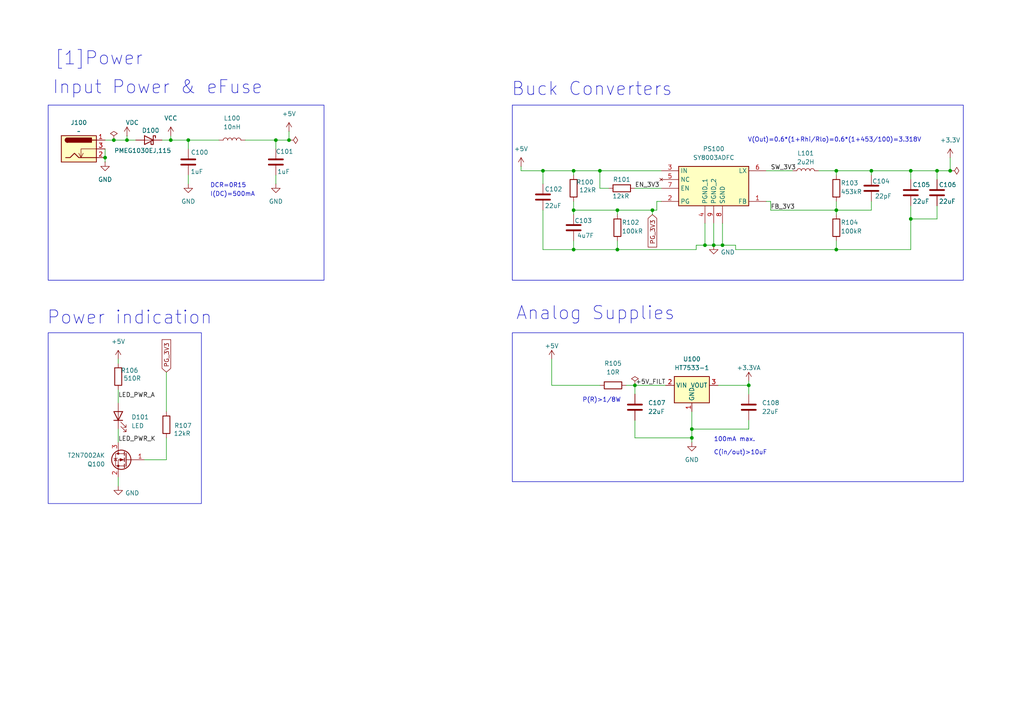
<source format=kicad_sch>
(kicad_sch (version 20231120) (generator "eeschema") (generator_version "8.0")
  (paper "A4")
  (lib_symbols
    (symbol "+5V_1" (power) (pin_numbers hide) (pin_names (offset 0) hide)
      (property "Value" "+5V" (at 0 3.556 0))
      (symbol "+5V_1_0_1"
        (polyline (pts (xy -0.762 1.27) (xy 0 2.54)))
        (polyline (pts (xy 0 0) (xy 0 2.54)))
        (polyline (pts (xy 0 2.54) (xy 0.762 1.27)))
      )
      (symbol "+5V_1_1_1"
        (pin power_in line (at 0 0 90) (length 0) (name "~") (number "1"))
      )
    )
    (symbol "Device:C" (pin_numbers hide) (pin_names (offset 0.254))
      (property "Reference" "C" (at 0.635 2.54 0))
      (property "Value" "C" (at 0.635 -2.54 0))
      (symbol "C_0_1"
        (polyline (pts (xy -2.032 -0.762) (xy 2.032 -0.762)) (stroke (width 0.508)))
        (polyline (pts (xy -2.032 0.762) (xy 2.032 0.762)) (stroke (width 0.508)))
      )
      (symbol "C_1_1"
        (pin passive line (at 0 3.81 270) (length 2.794) (name "~") (number "1"))
        (pin passive line (at 0 -3.81 90) (length 2.794) (name "~") (number "2"))
      )
    )
    (symbol "Device:D_Schottky" (pin_numbers hide) (pin_names (offset 1.016) hide)
      (property "Reference" "D" (at 0 2.54 0))
      (property "Value" "D_Schottky" (at 0 -2.54 0))
      (symbol "D_Schottky_0_1"
        (polyline (pts (xy 1.27 0) (xy -1.27 0)))
        (polyline (pts (xy 1.27 1.27) (xy 1.27 -1.27) (xy -1.27 0) (xy 1.27 1.27)) (stroke (width 0.254)))
        (polyline (pts (xy -1.905 0.635) (xy -1.905 1.27) (xy -1.27 1.27) (xy -1.27 -1.27) (xy -0.635 -1.27) (xy -0.635 -0.635)) (stroke (width 0.254)))
      )
      (symbol "D_Schottky_1_1"
        (pin passive line (at -3.81 0 0) (length 2.54) (name "K") (number "1"))
        (pin passive line (at 3.81 0 180) (length 2.54) (name "A") (number "2"))
      )
    )
    (symbol "Device:L" (pin_numbers hide) (pin_names (offset 1.016) hide)
      (property "Reference" "L" (at -1.27 0 90))
      (property "Value" "L" (at 1.905 0 90))
      (symbol "L_0_1"
        (arc (start 0 -2.54) (mid 0.6323 -1.905) (end 0 -1.27))
        (arc (start 0 -1.27) (mid 0.6323 -0.635) (end 0 0))
        (arc (start 0 0) (mid 0.6323 0.635) (end 0 1.27))
        (arc (start 0 1.27) (mid 0.6323 1.905) (end 0 2.54))
      )
      (symbol "L_1_1"
        (pin passive line (at 0 3.81 270) (length 1.27) (name "1") (number "1"))
        (pin passive line (at 0 -3.81 90) (length 1.27) (name "2") (number "2"))
      )
    )
    (symbol "Device:LED" (pin_numbers hide) (pin_names (offset 1.016) hide)
      (property "Reference" "D" (at 0 2.54 0))
      (property "Value" "LED" (at 0 -2.54 0))
      (symbol "LED_0_1"
        (polyline (pts (xy -1.27 -1.27) (xy -1.27 1.27)) (stroke (width 0.254)))
        (polyline (pts (xy -1.27 0) (xy 1.27 0)))
        (polyline (pts (xy 1.27 -1.27) (xy 1.27 1.27) (xy -1.27 0) (xy 1.27 -1.27)) (stroke (width 0.254)))
        (polyline (pts (xy -3.048 -0.762) (xy -4.572 -2.286) (xy -3.81 -2.286) (xy -4.572 -2.286) (xy -4.572 -1.524)))
        (polyline (pts (xy -1.778 -0.762) (xy -3.302 -2.286) (xy -2.54 -2.286) (xy -3.302 -2.286) (xy -3.302 -1.524)))
      )
      (symbol "LED_1_1"
        (pin passive line (at -3.81 0 0) (length 2.54) (name "K") (number "1"))
        (pin passive line (at 3.81 0 180) (length 2.54) (name "A") (number "2"))
      )
    )
    (symbol "Device:R" (pin_numbers hide) (pin_names (offset 0))
      (property "Reference" "R" (at 2.032 0 90))
      (property "Value" "R" (at 0 0 90))
      (symbol "R_0_1"
        (rectangle (start -1.016 -2.54) (end 1.016 2.54) (stroke (width 0.254)))
      )
      (symbol "R_1_1"
        (pin passive line (at 0 3.81 270) (length 1.27) (name "~") (number "1"))
        (pin passive line (at 0 -3.81 90) (length 1.27) (name "~") (number "2"))
      )
    )
    (symbol "Regulator_Linear:HT75xx-1-SOT89"
      (property "Reference" "U" (at -5.08 -3.81 0))
      (property "Value" "HT75xx-1-SOT89" (at 0 6.35 0))
      (symbol "HT75xx-1-SOT89_0_1"
        (rectangle (start -5.08 5.08) (end 5.08 -2.54) (stroke (width 0.254)) (fill (type background)))
      )
      (symbol "HT75xx-1-SOT89_1_1"
        (pin power_in line (at 0 -5.08 90) (length 2.54) (name "GND") (number "1"))
        (pin power_in line (at -7.62 2.54 0) (length 2.54) (name "VIN") (number "2"))
        (pin power_out line (at 7.62 2.54 180) (length 2.54) (name "VOUT") (number "3"))
      )
    )
    (symbol "Transistor_FET:T2N7002AK" (pin_names hide)
      (property "Reference" "Q" (at 5.08 1.905 0))
      (property "Value" "T2N7002AK" (at 5.08 0 0))
      (symbol "T2N7002AK_0_1"
        (polyline (pts (xy 0.254 0) (xy -2.54 0)))
        (polyline (pts (xy 0.254 1.905) (xy 0.254 -1.905)) (stroke (width 0.254)))
        (polyline (pts (xy 0.762 -1.27) (xy 0.762 -2.286)) (stroke (width 0.254)))
        (polyline (pts (xy 0.762 0.508) (xy 0.762 -0.508)) (stroke (width 0.254)))
        (polyline (pts (xy 0.762 2.286) (xy 0.762 1.27)) (stroke (width 0.254)))
        (polyline (pts (xy 2.54 2.54) (xy 2.54 1.778)))
        (polyline (pts (xy 2.54 -2.54) (xy 2.54 0) (xy 0.762 0)))
        (polyline (pts (xy 0.762 -1.778) (xy 3.302 -1.778) (xy 3.302 1.778) (xy 0.762 1.778)))
        (polyline (pts (xy 1.016 0) (xy 2.032 0.381) (xy 2.032 -0.381) (xy 1.016 0)) (fill (type outline)))
        (polyline (pts (xy 2.794 0.508) (xy 2.921 0.381) (xy 3.683 0.381) (xy 3.81 0.254)))
        (polyline (pts (xy 3.302 0.381) (xy 2.921 -0.254) (xy 3.683 -0.254) (xy 3.302 0.381)))
        (circle (center 1.651 0) (radius 2.794) (stroke (width 0.254)))
        (circle (center 2.54 -1.778) (radius 0.254) (fill (type outline)))
        (circle (center 2.54 1.778) (radius 0.254) (fill (type outline)))
      )
      (symbol "T2N7002AK_1_1"
        (pin input line (at -5.08 0 0) (length 2.54) (name "G") (number "1"))
        (pin passive line (at 2.54 -5.08 90) (length 2.54) (name "S") (number "2"))
        (pin passive line (at 2.54 5.08 270) (length 2.54) (name "D") (number "3"))
      )
    )
    (symbol "ZettBrettPower:BarrelJack"
      (property "Reference" "J" (at 3.302 1.524 0))
      (symbol "BarrelJack_0_1"
        (polyline (pts (xy 5.715 -6.35) (xy 5.08 -5.08)))
        (polyline (pts (xy 5.715 -6.35) (xy 6.35 -5.08)))
        (polyline (pts (xy 10.16 -1.27) (xy 8.89 -1.27)) (stroke (width 0.254)))
        (polyline (pts (xy 10.16 -3.81) (xy 5.715 -3.81) (xy 5.715 -6.35)))
        (polyline (pts (xy 1.27 -6.35) (xy 2.54 -6.35) (xy 3.81 -5.08) (xy 5.08 -6.35) (xy 7.62 -6.35) (xy 10.16 -6.35)) (stroke (width 0.254)))
        (rectangle (start 0 0) (end 10.16 -7.62) (stroke (width 0.254)) (fill (type background)))
        (arc (start 1.778 -0.635) (mid 1.1457 -1.27) (end 1.778 -1.905) (stroke (width 0.254)))
        (arc (start 1.778 -0.635) (mid 1.1457 -1.27) (end 1.778 -1.905) (stroke (width 0.254)) (fill (type outline)))
        (rectangle (start 8.763 -0.635) (end 1.778 -1.905) (stroke (width 0.254)) (fill (type outline)))
      )
      (symbol "BarrelJack_1_1"
        (pin passive line (at 12.7 -1.27 180) (length 2.54) (name "~") (number "1"))
        (pin passive line (at 12.7 -6.35 180) (length 2.54) (name "~") (number "2"))
        (pin passive line (at 12.7 -3.81 180) (length 2.54) (name "~") (number "3"))
      )
    )
    (symbol "power:+3.3V" (power) (pin_numbers hide) (pin_names (offset 0) hide)
      (property "Value" "+3.3V" (at 0 3.556 0))
      (symbol "+3.3V_0_1"
        (polyline (pts (xy -0.762 1.27) (xy 0 2.54)))
        (polyline (pts (xy 0 0) (xy 0 2.54)))
        (polyline (pts (xy 0 2.54) (xy 0.762 1.27)))
      )
      (symbol "+3.3V_1_1"
        (pin power_in line (at 0 0 90) (length 0) (name "~") (number "1"))
      )
    )
    (symbol "power:+3.3VA" (power) (pin_numbers hide) (pin_names (offset 0) hide)
      (property "Value" "+3.3VA" (at 0 3.556 0))
      (symbol "+3.3VA_0_1"
        (polyline (pts (xy -0.762 1.27) (xy 0 2.54)))
        (polyline (pts (xy 0 0) (xy 0 2.54)))
        (polyline (pts (xy 0 2.54) (xy 0.762 1.27)))
      )
      (symbol "+3.3VA_1_1"
        (pin power_in line (at 0 0 90) (length 0) (name "~") (number "1"))
      )
    )
    (symbol "power:+5V" (power) (pin_numbers hide) (pin_names (offset 0) hide)
      (property "Value" "+5V" (at 0 3.556 0))
      (symbol "+5V_0_1"
        (polyline (pts (xy -0.762 1.27) (xy 0 2.54)))
        (polyline (pts (xy 0 0) (xy 0 2.54)))
        (polyline (pts (xy 0 2.54) (xy 0.762 1.27)))
      )
      (symbol "+5V_1_1"
        (pin power_in line (at 0 0 90) (length 0) (name "~") (number "1"))
      )
    )
    (symbol "power:GND" (power) (pin_numbers hide) (pin_names (offset 0) hide)
      (property "Value" "GND" (at 0 -3.81 0))
      (symbol "GND_0_1"
        (polyline (pts (xy 0 0) (xy 0 -1.27) (xy 1.27 -1.27) (xy 0 -2.54) (xy -1.27 -1.27) (xy 0 -1.27)))
      )
      (symbol "GND_1_1"
        (pin power_in line (at 0 0 270) (length 0) (name "~") (number "1"))
      )
    )
    (symbol "power:PWR_FLAG" (power) (pin_numbers hide) (pin_names (offset 0) hide)
      (property "Value" "PWR_FLAG" (at 0 3.81 0))
      (symbol "PWR_FLAG_0_0"
        (pin power_out line (at 0 0 90) (length 0) (name "~") (number "1"))
      )
      (symbol "PWR_FLAG_0_1"
        (polyline (pts (xy 0 0) (xy 0 1.27) (xy -1.016 1.905) (xy 0 2.54) (xy 1.016 1.905) (xy 0 1.27)))
      )
    )
    (symbol "power:VCC" (power) (pin_numbers hide) (pin_names (offset 0) hide)
      (property "Value" "VCC" (at 0 3.556 0))
      (symbol "VCC_0_1"
        (polyline (pts (xy -0.762 1.27) (xy 0 2.54)))
        (polyline (pts (xy 0 0) (xy 0 2.54)))
        (polyline (pts (xy 0 2.54) (xy 0.762 1.27)))
      )
      (symbol "VCC_1_1"
        (pin power_in line (at 0 0 90) (length 0) (name "~") (number "1"))
      )
    )
    (symbol "power:VDC" (power) (pin_numbers hide) (pin_names (offset 0) hide)
      (property "Value" "VDC" (at 0 3.556 0))
      (symbol "VDC_0_1"
        (polyline (pts (xy -0.762 1.27) (xy 0 2.54)))
        (polyline (pts (xy 0 0) (xy 0 2.54)))
        (polyline (pts (xy 0 2.54) (xy 0.762 1.27)))
      )
      (symbol "VDC_1_1"
        (pin power_in line (at 0 0 90) (length 0) (name "~") (number "1"))
      )
    )
    (symbol "rpi_pico_media_board_power:SY8003ADFC"
      (property "Reference" "PS" (at 4.318 4.826 0))
      (property "Value" "SY8003ADFC" (at 4.318 2.286 0))
      (symbol "SY8003ADFC_1_1"
        (rectangle (start 0 0) (end 20.32 -11.43) (stroke (width 0.254)) (fill (type background)))
        (pin passive line (at 25.4 -10.16 180) (length 5.08) (name "FB") (number "1"))
        (pin passive line (at -5.08 -10.16 0) (length 5.08) (name "PG") (number "2"))
        (pin passive line (at -5.08 -1.27 0) (length 5.08) (name "IN") (number "3"))
        (pin passive line (at 7.62 -16.51 90) (length 5.08) (name "PGND_1") (number "4"))
        (pin no_connect line (at -5.08 -3.81 0) (length 5.08) (name "NC") (number "5"))
        (pin passive line (at 25.4 -1.27 180) (length 5.08) (name "LX") (number "6"))
        (pin passive line (at -5.08 -6.35 0) (length 5.08) (name "EN") (number "7"))
        (pin passive line (at 12.7 -16.51 90) (length 5.08) (name "SGND") (number "8"))
        (pin passive line (at 10.16 -16.51 90) (length 5.08) (name "PGND_2") (number "9"))
      )
    )
  )
  (junction (at 271.78 49.53))
  (junction (at 204.47 71.12))
  (junction (at 166.37 60.96))
  (junction (at 209.55 71.12))
  (junction (at 30.48 45.72))
  (junction (at 173.99 49.53))
  (junction (at 184.15 111.76))
  (junction (at 200.66 127))
  (junction (at 179.07 60.96))
  (junction (at 80.01 40.64))
  (junction (at 179.07 72.39))
  (junction (at 166.37 49.53))
  (junction (at 207.01 71.12))
  (junction (at 157.48 49.53))
  (junction (at 242.57 60.96))
  (junction (at 83.82 40.64))
  (junction (at 33.02 40.64))
  (junction (at 189.23 60.96))
  (junction (at 200.66 124.46))
  (junction (at 54.61 40.64))
  (junction (at 217.17 111.76))
  (junction (at 252.73 49.53))
  (junction (at 166.37 72.39))
  (junction (at 242.57 49.53))
  (junction (at 264.16 63.5))
  (junction (at 264.16 49.53))
  (junction (at 36.83 40.64))
  (junction (at 242.57 72.39))
  (junction (at 275.59 49.53))
  (junction (at 49.53 40.64))
  (wire (pts (xy 264.16 49.53) (xy 264.16 52.07)))
  (wire (pts (xy 36.83 40.64) (xy 36.83 39.37)))
  (wire (pts (xy 264.16 59.69) (xy 264.16 63.5)))
  (wire (pts (xy 271.78 59.69) (xy 271.78 63.5)))
  (wire (pts (xy 213.36 72.39) (xy 213.36 71.12)))
  (wire (pts (xy 271.78 63.5) (xy 264.16 63.5)))
  (wire (pts (xy 160.02 111.76) (xy 173.99 111.76)))
  (wire (pts (xy 217.17 110.49) (xy 217.17 111.76)))
  (wire (pts (xy 151.13 48.26) (xy 151.13 49.53)))
  (wire (pts (xy 166.37 60.96) (xy 179.07 60.96)))
  (wire (pts (xy 252.73 49.53) (xy 264.16 49.53)))
  (wire (pts (xy 48.26 107.95) (xy 48.26 119.38)))
  (wire (pts (xy 252.73 58.42) (xy 252.73 60.96)))
  (wire (pts (xy 242.57 49.53) (xy 237.49 49.53)))
  (wire (pts (xy 200.66 127) (xy 184.15 127)))
  (wire (pts (xy 80.01 43.18) (xy 80.01 40.64)))
  (wire (pts (xy 200.66 127) (xy 200.66 128.27)))
  (wire (pts (xy 54.61 53.34) (xy 54.61 50.8)))
  (wire (pts (xy 80.01 40.64) (xy 83.82 40.64)))
  (wire (pts (xy 181.61 111.76) (xy 184.15 111.76)))
  (wire (pts (xy 201.93 72.39) (xy 201.93 71.12)))
  (wire (pts (xy 33.02 40.64) (xy 36.83 40.64)))
  (wire (pts (xy 34.29 138.43) (xy 34.29 140.97)))
  (wire (pts (xy 271.78 49.53) (xy 271.78 52.07)))
  (wire (pts (xy 179.07 60.96) (xy 179.07 62.23)))
  (wire (pts (xy 49.53 40.64) (xy 49.53 39.37)))
  (wire (pts (xy 48.26 127) (xy 48.26 133.35)))
  (wire (pts (xy 242.57 49.53) (xy 252.73 49.53)))
  (wire (pts (xy 242.57 49.53) (xy 242.57 50.8)))
  (wire (pts (xy 242.57 60.96) (xy 242.57 62.23)))
  (wire (pts (xy 157.48 49.53) (xy 166.37 49.53)))
  (wire (pts (xy 264.16 63.5) (xy 264.16 72.39)))
  (wire (pts (xy 166.37 49.53) (xy 173.99 49.53)))
  (wire (pts (xy 201.93 71.12) (xy 204.47 71.12)))
  (wire (pts (xy 184.15 54.61) (xy 191.77 54.61)))
  (wire (pts (xy 30.48 43.18) (xy 30.48 45.72)))
  (wire (pts (xy 151.13 49.53) (xy 157.48 49.53)))
  (wire (pts (xy 190.5 58.42) (xy 190.5 60.96)))
  (wire (pts (xy 209.55 71.12) (xy 207.01 71.12)))
  (wire (pts (xy 209.55 64.77) (xy 209.55 71.12)))
  (wire (pts (xy 179.07 72.39) (xy 201.93 72.39)))
  (wire (pts (xy 275.59 49.53) (xy 271.78 49.53)))
  (wire (pts (xy 223.52 60.96) (xy 223.52 58.42)))
  (wire (pts (xy 157.48 72.39) (xy 166.37 72.39)))
  (wire (pts (xy 33.02 40.64) (xy 30.48 40.64)))
  (wire (pts (xy 34.29 113.03) (xy 34.29 116.84)))
  (wire (pts (xy 173.99 49.53) (xy 191.77 49.53)))
  (wire (pts (xy 223.52 60.96) (xy 242.57 60.96)))
  (wire (pts (xy 80.01 53.34) (xy 80.01 50.8)))
  (wire (pts (xy 193.04 111.76) (xy 184.15 111.76)))
  (wire (pts (xy 34.29 104.14) (xy 34.29 105.41)))
  (wire (pts (xy 213.36 71.12) (xy 209.55 71.12)))
  (wire (pts (xy 184.15 121.92) (xy 184.15 127)))
  (wire (pts (xy 173.99 54.61) (xy 176.53 54.61)))
  (wire (pts (xy 41.91 133.35) (xy 48.26 133.35)))
  (wire (pts (xy 166.37 72.39) (xy 179.07 72.39)))
  (wire (pts (xy 166.37 58.42) (xy 166.37 60.96)))
  (wire (pts (xy 49.53 40.64) (xy 54.61 40.64)))
  (wire (pts (xy 217.17 124.46) (xy 217.17 121.92)))
  (wire (pts (xy 213.36 72.39) (xy 242.57 72.39)))
  (wire (pts (xy 242.57 58.42) (xy 242.57 60.96)))
  (wire (pts (xy 264.16 72.39) (xy 242.57 72.39)))
  (wire (pts (xy 179.07 60.96) (xy 189.23 60.96)))
  (wire (pts (xy 264.16 49.53) (xy 271.78 49.53)))
  (wire (pts (xy 30.48 45.72) (xy 30.48 46.99)))
  (wire (pts (xy 36.83 40.64) (xy 39.37 40.64)))
  (wire (pts (xy 252.73 60.96) (xy 242.57 60.96)))
  (wire (pts (xy 208.28 111.76) (xy 217.17 111.76)))
  (wire (pts (xy 179.07 69.85) (xy 179.07 72.39)))
  (wire (pts (xy 200.66 119.38) (xy 200.66 124.46)))
  (wire (pts (xy 204.47 71.12) (xy 207.01 71.12)))
  (wire (pts (xy 173.99 49.53) (xy 173.99 54.61)))
  (wire (pts (xy 166.37 50.8) (xy 166.37 49.53)))
  (wire (pts (xy 207.01 64.77) (xy 207.01 71.12)))
  (wire (pts (xy 223.52 58.42) (xy 222.25 58.42)))
  (wire (pts (xy 54.61 40.64) (xy 54.61 43.18)))
  (wire (pts (xy 34.29 124.46) (xy 34.29 128.27)))
  (wire (pts (xy 242.57 69.85) (xy 242.57 72.39)))
  (wire (pts (xy 54.61 40.64) (xy 63.5 40.64)))
  (wire (pts (xy 83.82 38.1) (xy 83.82 40.64)))
  (wire (pts (xy 166.37 60.96) (xy 166.37 62.23)))
  (wire (pts (xy 184.15 111.76) (xy 184.15 114.3)))
  (wire (pts (xy 200.66 124.46) (xy 200.66 127)))
  (wire (pts (xy 157.48 53.34) (xy 157.48 49.53)))
  (wire (pts (xy 217.17 114.3) (xy 217.17 111.76)))
  (wire (pts (xy 275.59 45.72) (xy 275.59 49.53)))
  (wire (pts (xy 204.47 64.77) (xy 204.47 71.12)))
  (wire (pts (xy 160.02 104.14) (xy 160.02 111.76)))
  (wire (pts (xy 252.73 49.53) (xy 252.73 50.8)))
  (wire (pts (xy 46.99 40.64) (xy 49.53 40.64)))
  (wire (pts (xy 222.25 49.53) (xy 229.87 49.53)))
  (wire (pts (xy 189.23 62.23) (xy 189.23 60.96)))
  (wire (pts (xy 157.48 60.96) (xy 157.48 72.39)))
  (wire (pts (xy 189.23 60.96) (xy 190.5 60.96)))
  (wire (pts (xy 166.37 69.85) (xy 166.37 72.39)))
  (wire (pts (xy 200.66 124.46) (xy 217.17 124.46)))
  (wire (pts (xy 191.77 58.42) (xy 190.5 58.42)))
  (wire (pts (xy 71.12 40.64) (xy 80.01 40.64)))
  (rectangle (start 148.59 96.52) (end 279.4 139.7))
  (rectangle (start 148.59 30.48) (end 279.4 81.28))
  (rectangle (start 13.97 96.52) (end 58.42 146.05))
  (rectangle (start 13.97 30.48) (end 93.98 81.28))
  (text "Analog Supplies" (at 172.72 90.932 0) (effects (font (size 3.81 3.81))))
  (text "Power indication" (at 37.592 92.202 0) (effects (font (size 3.81 3.81))))
  (text "P(R)>1/8W" (at 168.91 116.84 0) (effects (font (size 1.27 1.27)) (justify left bottom)))
  (text "I(DC)=500mA" (at 60.96 57.15 0) (effects (font (size 1.27 1.27)) (justify left bottom)))
  (text "Input Power & eFuse" (at 45.72 25.4 0) (effects (font (size 3.81 3.81))))
  (text "100mA max." (at 207.01 128.27 0) (effects (font (size 1.27 1.27)) (justify left bottom)))
  (text "[1]Power" (at 28.702 17.018 0) (effects (font (size 3.81 3.81))))
  (text "DCR=0R15" (at 60.96 54.61 0) (effects (font (size 1.27 1.27)) (justify left bottom)))
  (text "C(in/out)>10uF" (at 207.01 132.08 0) (effects (font (size 1.27 1.27)) (justify left bottom)))
  (text "V(Out)=0.6*(1+Rhi/Rlo)=0.6*(1+453/100)=3.318V" (at 242.062 40.64 0) (effects (font (size 1.27 1.27))))
  (text "Buck Converters" (at 171.704 25.908 0) (effects (font (size 3.81 3.81))))
  (label "+5V_FILT" (at 193.04 111.76 180))
  (label "EN_3V3" (at 184.15 54.61 0))
  (label "LED_PWR_K" (at 34.29 128.27 0))
  (label "SW_3V3" (at 223.52 49.53 0))
  (label "FB_3V3" (at 223.52 60.96 0))
  (label "LED_PWR_A" (at 34.29 115.57 0))
  (global_label "PG_3V3" (shape input) (at 189.23 62.23 270) (property "Intersheetrefs" "${INTERSHEET_REFS}" (effects (hide yes))))
  (global_label "PG_3V3" (shape input) (at 48.26 107.95 90) (property "Intersheetrefs" "${INTERSHEET_REFS}" (effects (hide yes))))
  (symbol (lib_id "Device:C") (at 217.17 118.11 0) (unit 1)
    (property "Reference" "C108" (at 220.98 116.84 0) (effects (justify left)))
    (property "Value" "22uF" (at 220.98 119.38 0) (effects (justify left)))
    (property "Footprint" "Capacitor_SMD:C_1206_3216Metric" (effects (hide yes)))
    (property "Manufacturer" "Samwha Capacitor" (effects (hide yes)))
    (property "Manufacturer Part Number" "CS3216X5R226M160NRI" (effects (hide yes)))
  )
  (symbol (lib_id "power:+3.3V") (at 275.59 45.72 0) (unit 1)
    (property "Reference" "#PWR8" (effects (hide yes)))
    (property "Value" "+3.3V" (at 275.59 40.64 0))
    (property "Description" "Power symbol creates a global label with name \"+3.3V\"" (effects (hide yes)))
  )
  (symbol (lib_id "Regulator_Linear:HT75xx-1-SOT89") (at 200.66 114.3 0) (unit 1)
    (property "Reference" "U100" (at 200.66 104.14 0))
    (property "Value" "HT7533-1" (at 200.66 106.68 0))
    (property "Footprint" "Package_TO_SOT_SMD:SOT-89-3" (effects (hide yes)))
    (property "Datasheet" "https://www.holtek.com/documents/10179/116711/HT75xx-1v250.pdf" (effects (hide yes)))
    (property "Manufacturer" "Holtek Semicon" (effects (hide yes)))
    (property "Manufacturer Part Number" "HT7533-1" (effects (hide yes)))
  )
  (symbol (lib_id "Device:C") (at 184.15 118.11 0) (unit 1)
    (property "Reference" "C107" (at 187.96 116.84 0) (effects (justify left)))
    (property "Value" "22uF" (at 187.96 119.38 0) (effects (justify left)))
    (property "Footprint" "Capacitor_SMD:C_1206_3216Metric" (effects (hide yes)))
    (property "Manufacturer" "Samwha Capacitor" (effects (hide yes)))
    (property "Manufacturer Part Number" "CS3216X5R226M160NRI" (effects (hide yes)))
  )
  (symbol (lib_id "power:GND") (at 207.01 71.12 0) (unit 1)
    (property "Reference" "#PWR7" (effects (hide yes)))
    (property "Value" "GND" (at 211.074 73.152 0))
    (property "Description" "Power symbol creates a global label with name \"GND\" , ground" (effects (hide yes)))
  )
  (symbol (lib_id "power:+5V") (at 83.82 38.1 0) (unit 1)
    (property "Reference" "#PWR6" (effects (hide yes)))
    (property "Value" "+5V" (at 83.82 33.02 0))
    (property "Description" "Power symbol creates a global label with name \"+5V\"" (effects (hide yes)))
  )
  (symbol (lib_id "power:PWR_FLAG") (at 184.15 111.76 0) (unit 1)
    (property "Reference" "#FLG5" (effects (hide yes)))
    (property "Value" "PWR_FLAG" (effects (hide yes)))
    (property "Description" "Special symbol for telling ERC where power comes from" (effects (hide yes)))
  )
  (symbol (lib_id "power:GND") (at 200.66 128.27 0) (unit 1)
    (property "Reference" "#PWR13" (effects (hide yes)))
    (property "Value" "GND" (at 200.66 133.35 0))
    (property "Description" "Power symbol creates a global label with name \"GND\" , ground" (effects (hide yes)))
  )
  (symbol (lib_id "Transistor_FET:T2N7002AK") (at 36.83 133.35 0) (mirror y) (unit 1)
    (property "Reference" "Q100" (at 30.48 134.6201 0) (effects (justify left)))
    (property "Value" "T2N7002AK" (at 30.48 132.0801 0) (effects (justify left)))
    (property "Footprint" "Package_TO_SOT_SMD:SOT-23" (effects (hide yes)))
    (property "Datasheet" "https://toshiba.semicon-storage.com/info/docget.jsp?did=29712&prodName=T2N7002AK" (effects (hide yes)))
    (property "Description" "60V Vds, 0.2A Id, N-Channel MOSFET, SOT-23" (effects (hide yes)))
    (property "Manufacturer" "TOSHIBA" (effects (hide yes)))
    (property "Manufacturer Part Number" "T2N7002AK,LM" (effects (hide yes)))
  )
  (symbol (lib_id "Device:R") (at 48.26 123.19 180) (unit 1)
    (property "Reference" "R107" (at 53.086 123.444 0))
    (property "Value" "12kR" (at 52.832 125.73 0))
    (property "Footprint" "Resistor_SMD:R_0402_1005Metric" (effects (hide yes)))
    (property "Description" "Resistor" (effects (hide yes)))
    (property "Manufacturer_Name" "UNI-ROYAL(Uniroyal Elec)" (effects (hide yes)))
    (property "Manufacturer_Part_Number" "0402WGF1202TCE" (effects (hide yes)))
  )
  (symbol (lib_id "Device:R") (at 242.57 66.04 0) (unit 1)
    (property "Reference" "R104" (at 243.84 64.516 0) (effects (justify left)))
    (property "Value" "100kR" (at 243.84 67.056 0) (effects (justify left)))
    (property "Footprint" "Resistor_SMD:R_0402_1005Metric" (effects (hide yes)))
    (property "Description" "Resistor" (effects (hide yes)))
    (property "Manufacturer_Name" "UNI-ROYAL(Uniroyal Elec)" (effects (hide yes)))
    (property "Manufacturer_Part_Number" "0402WGF1003TCE" (effects (hide yes)))
  )
  (symbol (lib_id "Device:C") (at 264.16 55.88 0) (unit 1)
    (property "Reference" "C105" (at 264.668 53.594 0) (effects (justify left)))
    (property "Value" "22uF" (at 264.668 58.42 0) (effects (justify left)))
    (property "Footprint" "Capacitor_SMD:C_1206_3216Metric" (effects (hide yes)))
    (property "Description" "Unpolarized capacitor" (effects (hide yes)))
    (property "Manufacturer" "Samwha Capacitor" (effects (hide yes)))
    (property "Manufacturer Part Number" "CS3216X5R226M160NRI" (effects (hide yes)))
  )
  (symbol (lib_id "power:PWR_FLAG") (at 83.82 40.64 270) (unit 1)
    (property "Reference" "#FLG2" (effects (hide yes)))
    (property "Value" "PWR_FLAG" (effects (hide yes)))
    (property "Description" "Special symbol for telling ERC where power comes from" (effects (hide yes)))
  )
  (symbol (lib_name "+5V_1") (lib_id "power:+5V") (at 160.02 104.14 0) (unit 1)
    (property "Reference" "#PWR12" (effects (hide yes)))
    (property "Value" "+5V" (at 160.02 100.33 0))
    (property "Description" "Power symbol creates a global label with name \"+5V\"" (effects (hide yes)))
  )
  (symbol (lib_id "rpi_pico_media_board_power:SY8003ADFC") (at 196.85 48.26 0) (unit 1)
    (property "Reference" "PS100" (at 207.01 43.18 0))
    (property "Value" "SY8003ADFC" (at 207.01 45.72 0))
    (property "Footprint" "rpi_pico_media_board_power:SON50P200X200X65-9N" (effects (hide yes)))
    (property "Datasheet" "https://datasheet.lcsc.com/lcsc/1808011444_Silergy-Corp-SY8003ADFC_C178236.pdf" (effects (hide yes)))
    (property "Description" "Yes Step-down type -40~+85@(Ta) 1 Step-down 3A 2.7V~5V 1MHz DFN-8 DC-DC Converters ROHS" (effects (hide yes)))
    (property "Height" "0.65" (effects (hide yes)))
    (property "Manufacturer" "Silergy" (effects (hide yes)))
    (property "Manufacturer Part Number" "SY8003ADFC" (effects (hide yes)))
  )
  (symbol (lib_id "power:GND") (at 54.61 53.34 0) (mirror y) (unit 1)
    (property "Reference" "#PWR4" (effects (hide yes)))
    (property "Value" "GND" (at 54.61 58.42 0))
    (property "Description" "Power symbol creates a global label with name \"GND\" , ground" (effects (hide yes)))
  )
  (symbol (lib_id "Device:C") (at 80.01 46.99 0) (mirror y) (unit 1)
    (property "Reference" "C101" (at 85.09 43.942 0) (effects (justify left)))
    (property "Value" "1uF" (at 84.074 49.784 0) (effects (justify left)))
    (property "Footprint" "Capacitor_SMD:C_0603_1608Metric" (effects (hide yes)))
    (property "Manufacturer" "Samsung Electro-Mechanics" (effects (hide yes)))
    (property "Manufacturer Product Number" "CL10A105KB8NNNC" (effects (hide yes)))
  )
  (symbol (lib_id "power:VCC") (at 49.53 39.37 0) (unit 1)
    (property "Reference" "#PWR3" (effects (hide yes)))
    (property "Value" "VCC" (at 49.53 34.29 0))
    (property "Description" "Power symbol creates a global label with name \"VCC\"" (effects (hide yes)))
  )
  (symbol (lib_id "ZettBrettPower:BarrelJack") (at 17.78 39.37 0) (unit 1)
    (property "Reference" "J100" (at 22.86 35.56 0))
    (property "Value" "~" (at 22.86 38.1 0))
    (property "Footprint" "Connector_BarrelJack:BarrelJack_GCT_DCJ200-10-A_Horizontal" (effects (hide yes)))
    (property "Manufacturer_Name" "Global Connector Technology" (effects (hide yes)))
    (property "Manufacturer_Part_Number" "DCJ200-05-A-K1-A" (effects (hide yes)))
  )
  (symbol (lib_id "Device:R") (at 177.8 111.76 270) (unit 1)
    (property "Reference" "R105" (at 177.8 105.41 90))
    (property "Value" "10R" (at 177.8 107.95 90))
    (property "Footprint" "Resistor_SMD:R_0805_2012Metric" (effects (hide yes)))
    (property "Manufacturer" "UNI-ROYAL(Uniroyal Elec)" (effects (hide yes)))
    (property "Manufacturer Part Number" "0805W8F100JT5E" (effects (hide yes)))
  )
  (symbol (lib_id "power:GND") (at 34.29 140.97 0) (unit 1)
    (property "Reference" "#PWR11" (effects (hide yes)))
    (property "Value" "GND" (at 38.354 143.002 0))
    (property "Description" "Power symbol creates a global label with name \"GND\" , ground" (effects (hide yes)))
  )
  (symbol (lib_id "Device:R") (at 242.57 54.61 0) (unit 1)
    (property "Reference" "R103" (at 243.84 53.086 0) (effects (justify left)))
    (property "Value" "453kR" (at 243.84 55.626 0) (effects (justify left)))
    (property "Footprint" "Resistor_SMD:R_0402_1005Metric" (effects (hide yes)))
    (property "Description" "Resistor" (effects (hide yes)))
    (property "Manufacturer_Name" "UNI-ROYAL(Uniroyal Elec)" (effects (hide yes)))
    (property "Manufacturer_Part_Number" "0402WGF4533TCE" (effects (hide yes)))
  )
  (symbol (lib_id "Device:C") (at 271.78 55.88 0) (unit 1)
    (property "Reference" "C106" (at 272.288 53.594 0) (effects (justify left)))
    (property "Value" "22uF" (at 272.288 58.42 0) (effects (justify left)))
    (property "Footprint" "Capacitor_SMD:C_1206_3216Metric" (effects (hide yes)))
    (property "Description" "Unpolarized capacitor" (effects (hide yes)))
    (property "Manufacturer" "Samwha Capacitor" (effects (hide yes)))
    (property "Manufacturer Part Number" "CS3216X5R226M160NRI" (effects (hide yes)))
  )
  (symbol (lib_id "Device:C") (at 54.61 46.99 0) (mirror y) (unit 1)
    (property "Reference" "C100" (at 60.452 44.196 0) (effects (justify left)))
    (property "Value" "1uF" (at 58.928 49.784 0) (effects (justify left)))
    (property "Footprint" "Capacitor_SMD:C_0603_1608Metric" (effects (hide yes)))
    (property "Manufacturer" "Samsung Electro-Mechanics" (effects (hide yes)))
    (property "Manufacturer Product Number" "CL10A105KB8NNNC" (effects (hide yes)))
  )
  (symbol (lib_id "power:PWR_FLAG") (at 33.02 40.64 0) (unit 1)
    (property "Reference" "#FLG1" (effects (hide yes)))
    (property "Value" "PWR_FLAG" (effects (hide yes)))
    (property "Description" "Special symbol for telling ERC where power comes from" (effects (hide yes)))
  )
  (symbol (lib_id "Device:LED") (at 34.29 120.65 90) (unit 1)
    (property "Reference" "D101" (at 38.1 120.9674 90) (effects (justify right)))
    (property "Value" "LED" (at 38.1 123.5074 90) (effects (justify right)))
    (property "Footprint" "LED_SMD:LED_0603_1608Metric" (effects (hide yes)))
    (property "Description" "Light emitting diode" (effects (hide yes)))
    (property "Manufacturer" "XINGLIGHT" (effects (hide yes)))
    (property "Manufacturer Part Number" "XL-1608SURC-06" (effects (hide yes)))
  )
  (symbol (lib_id "Device:R") (at 34.29 109.22 180) (unit 1)
    (property "Reference" "R106" (at 37.592 107.442 0))
    (property "Value" "510R" (at 38.354 109.728 0))
    (property "Footprint" "Resistor_SMD:R_0402_1005Metric" (effects (hide yes)))
    (property "Description" "Resistor" (effects (hide yes)))
    (property "Manufacturer_Name" "UNI-ROYAL(Uniroyal Elec)" (effects (hide yes)))
    (property "Manufacturer_Part_Number" "0402WGF5100TCE" (effects (hide yes)))
  )
  (symbol (lib_id "Device:C") (at 252.73 54.61 0) (unit 1)
    (property "Reference" "C104" (at 252.984 52.578 0) (effects (justify left)))
    (property "Value" "22pF" (at 253.746 56.896 0) (effects (justify left)))
    (property "Footprint" "Capacitor_SMD:C_0603_1608Metric" (effects (hide yes)))
    (property "Description" "Unpolarized capacitor" (effects (hide yes)))
    (property "Manufacturer" "Samsung Electro-Mechanics" (effects (hide yes)))
    (property "Manufacturer Part Number" "CL10C220JB8NNNC" (effects (hide yes)))
  )
  (symbol (lib_id "power:VDC") (at 36.83 39.37 0) (unit 1)
    (property "Reference" "#PWR2" (effects (hide yes)))
    (property "Value" "VDC" (at 38.354 35.56 0))
    (property "Description" "Power symbol creates a global label with name \"VDC\"" (effects (hide yes)))
  )
  (symbol (lib_id "Device:C") (at 157.48 57.15 0) (unit 1)
    (property "Reference" "C102" (at 157.988 54.864 0) (effects (justify left)))
    (property "Value" "22uF" (at 157.988 59.69 0) (effects (justify left)))
    (property "Footprint" "Capacitor_SMD:C_1206_3216Metric" (effects (hide yes)))
    (property "Description" "Unpolarized capacitor" (effects (hide yes)))
    (property "Manufacturer" "Samwha Capacitor" (effects (hide yes)))
    (property "Manufacturer Part Number" "CS3216X5R226M160NRI" (effects (hide yes)))
  )
  (symbol (lib_id "Device:R") (at 180.34 54.61 90) (unit 1)
    (property "Reference" "R101" (at 180.34 52.07 90))
    (property "Value" "12kR" (at 180.086 56.896 90))
    (property "Footprint" "Resistor_SMD:R_0402_1005Metric" (effects (hide yes)))
    (property "Description" "Resistor" (effects (hide yes)))
    (property "Manufacturer_Name" "UNI-ROYAL(Uniroyal Elec)" (effects (hide yes)))
    (property "Manufacturer_Part_Number" "0402WGF1202TCE" (effects (hide yes)))
  )
  (symbol (lib_id "power:+5V") (at 34.29 104.14 0) (unit 1)
    (property "Reference" "#PWR10" (effects (hide yes)))
    (property "Value" "+5V" (at 34.29 99.06 0))
    (property "Description" "Power symbol creates a global label with name \"+5V\"" (effects (hide yes)))
  )
  (symbol (lib_id "power:GND") (at 80.01 53.34 0) (mirror y) (unit 1)
    (property "Reference" "#PWR5" (effects (hide yes)))
    (property "Value" "GND" (at 80.01 58.42 0))
    (property "Description" "Power symbol creates a global label with name \"GND\" , ground" (effects (hide yes)))
  )
  (symbol (lib_id "Device:L") (at 233.68 49.53 90) (unit 1)
    (property "Reference" "L101" (at 233.68 44.45 90))
    (property "Value" "2u2H" (at 233.68 46.99 90))
    (property "Footprint" "Inductor_SMD:L_1008_2520Metric" (effects (hide yes)))
    (property "Description" "Inductor" (effects (hide yes)))
    (property "Manufacturer" "Murata Electronics" (effects (hide yes)))
    (property "Manufacturer Part Number" "LQM2HPN2R2MG0L" (effects (hide yes)))
  )
  (symbol (lib_id "Device:L") (at 67.31 40.64 90) (unit 1)
    (property "Reference" "L100" (at 67.31 34.29 90))
    (property "Value" "10nH" (at 67.31 36.83 90))
    (property "Footprint" "Inductor_SMD:L_0603_1608Metric" (effects (hide yes)))
    (property "Manufacturer" "Murata Electronics" (effects (hide yes)))
    (property "Manufacturer Part Number" "LQG18HN10NJ00D" (effects (hide yes)))
  )
  (symbol (lib_id "power:GND") (at 30.48 46.99 0) (unit 1)
    (property "Reference" "#PWR1" (effects (hide yes)))
    (property "Value" "GND" (at 30.48 52.07 0))
    (property "Description" "Power symbol creates a global label with name \"GND\" , ground" (effects (hide yes)))
  )
  (symbol (lib_id "Device:R") (at 179.07 66.04 0) (unit 1)
    (property "Reference" "R102" (at 180.34 64.516 0) (effects (justify left)))
    (property "Value" "100kR" (at 180.34 67.056 0) (effects (justify left)))
    (property "Footprint" "Resistor_SMD:R_0402_1005Metric" (effects (hide yes)))
    (property "Description" "Resistor" (effects (hide yes)))
    (property "Manufacturer_Name" "UNI-ROYAL(Uniroyal Elec)" (effects (hide yes)))
    (property "Manufacturer_Part_Number" "0402WGF1003TCE" (effects (hide yes)))
  )
  (symbol (lib_id "power:PWR_FLAG") (at 275.59 49.53 270) (unit 1)
    (property "Reference" "#FLG3" (effects (hide yes)))
    (property "Value" "PWR_FLAG" (effects (hide yes)))
    (property "Description" "Special symbol for telling ERC where power comes from" (effects (hide yes)))
  )
  (symbol (lib_id "power:+3.3VA") (at 217.17 110.49 0) (unit 1)
    (property "Reference" "#PWR14" (effects (hide yes)))
    (property "Value" "+3.3VA" (at 217.17 106.68 0))
    (property "Description" "Power symbol creates a global label with name \"+3.3VA\"" (effects (hide yes)))
  )
  (symbol (lib_id "power:+5V") (at 151.13 48.26 0) (unit 1)
    (property "Reference" "#PWR9" (effects (hide yes)))
    (property "Value" "+5V" (at 151.13 43.18 0))
    (property "Description" "Power symbol creates a global label with name \"+5V\"" (effects (hide yes)))
  )
  (symbol (lib_id "Device:R") (at 166.37 54.61 180) (unit 1)
    (property "Reference" "R100" (at 169.672 52.832 0))
    (property "Value" "12kR" (at 170.434 55.118 0))
    (property "Footprint" "Resistor_SMD:R_0402_1005Metric" (effects (hide yes)))
    (property "Description" "Resistor" (effects (hide yes)))
    (property "Manufacturer_Name" "UNI-ROYAL(Uniroyal Elec)" (effects (hide yes)))
    (property "Manufacturer_Part_Number" "0402WGF1202TCE" (effects (hide yes)))
  )
  (symbol (lib_id "Device:D_Schottky") (at 43.18 40.64 0) (mirror y) (unit 1)
    (property "Reference" "D100" (at 43.688 37.846 0))
    (property "Value" "PMEG1030EJ,115" (at 41.402 43.688 0))
    (property "Footprint" "Diode_SMD:D_SOD-323F" (effects (hide yes)))
    (property "Datasheet" "https://assets.nexperia.com/documents/data-sheet/PMEG1030EH_EJ.pdf" (effects (hide yes)))
    (property "Description" "Schottky diode" (effects (hide yes)))
    (property "Manufacturer" "Nexperia" (effects (hide yes)))
    (property "Manufacturer Part Number" "PMEG1030EJ,115" (effects (hide yes)))
  )
  (symbol (lib_id "Device:C") (at 166.37 66.04 0) (unit 1)
    (property "Reference" "C103" (at 166.624 64.008 0) (effects (justify left)))
    (property "Value" "4u7F" (at 167.386 68.326 0) (effects (justify left)))
    (property "Footprint" "Capacitor_SMD:C_0603_1608Metric" (effects (hide yes)))
    (property "Description" "Unpolarized capacitor" (effects (hide yes)))
    (property "Manufacturer" "Samsung Electro-Mechanics" (effects (hide yes)))
    (property "Manufacturer Part Number" "CL10A475KP8NNNC" (effects (hide yes)))
  )
)
</source>
